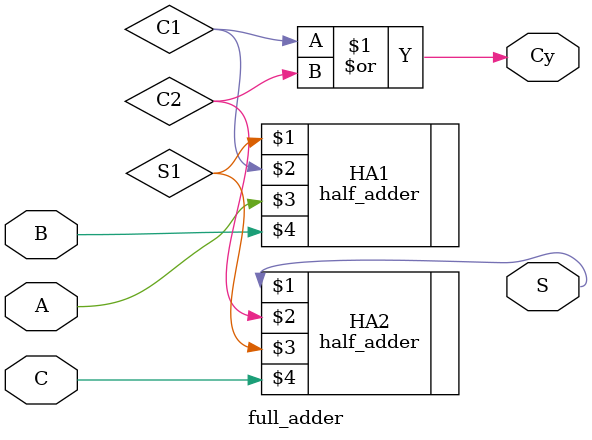
<source format=v>
`timescale 1ns / 1ps


module full_adder(S, Cy, A, B, C);
  input A, B, C;
  output S, Cy;
  wire S1, C1, C2;

  // Instantiate the first half adder
  half_adder HA1 (S1, C1, A, B);

  // Instantiate the second half adder
  half_adder HA2 (S, C2, S1, C);

  // OR gate to get the final carry output
  or g3 (Cy, C1, C2);

endmodule

</source>
